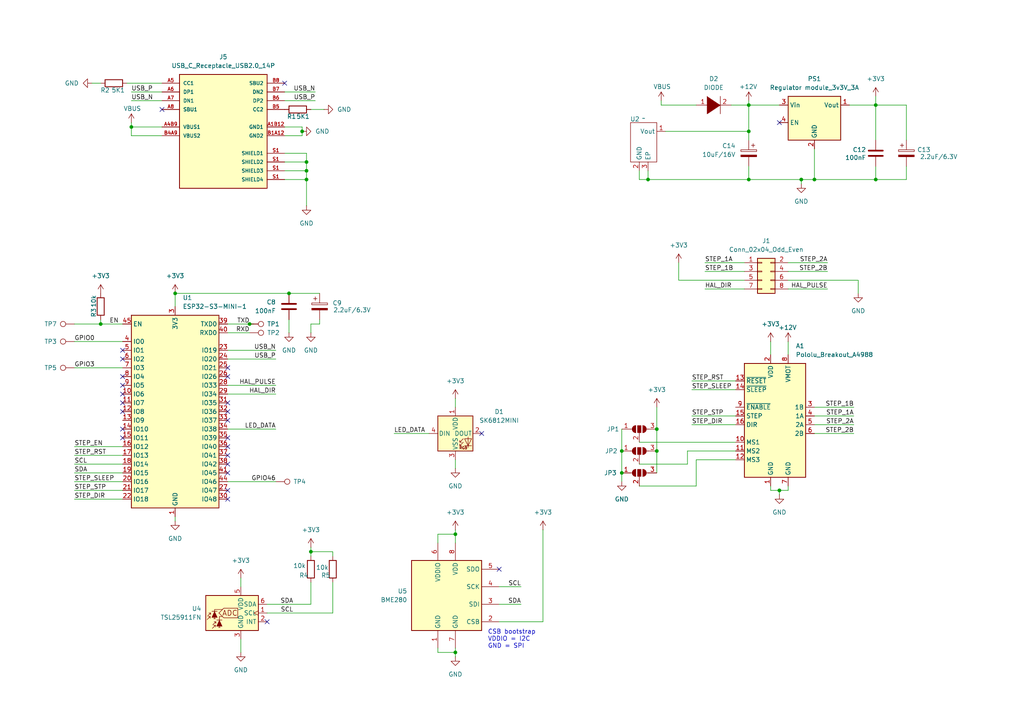
<source format=kicad_sch>
(kicad_sch (version 20231120) (generator "eeschema") (generator_version "8.0")
  (paper "A4")
  (lib_symbols
    (symbol "Connector:TestPoint" (pin_numbers hide) (pin_names (offset 0.762) hide)
      (property "Reference" "TP" (at 0 6.858 0))
      (property "Value" "TestPoint" (at 0 5.08 0))
      (symbol "TestPoint_0_1"
        (circle (center 0 3.302) (radius 0.762))
      )
      (symbol "TestPoint_1_1"
        (pin passive line (at 0 0 90) (length 2.54) (name "1") (number "1"))
      )
    )
    (symbol "Connector_Generic:Conn_02x04_Odd_Even" (pin_names (offset 1.016) hide)
      (property "Reference" "J" (at 1.27 5.08 0))
      (property "Value" "Conn_02x04_Odd_Even" (at 1.27 -7.62 0))
      (symbol "Conn_02x04_Odd_Even_1_1"
        (rectangle (start -1.27 -4.953) (end 0 -5.207) (stroke (width 0.1524)))
        (rectangle (start -1.27 -2.413) (end 0 -2.667) (stroke (width 0.1524)))
        (rectangle (start -1.27 0.127) (end 0 -0.127) (stroke (width 0.1524)))
        (rectangle (start -1.27 2.667) (end 0 2.413) (stroke (width 0.1524)))
        (rectangle (start -1.27 3.81) (end 3.81 -6.35) (stroke (width 0.254)) (fill (type background)))
        (rectangle (start 3.81 -4.953) (end 2.54 -5.207) (stroke (width 0.1524)))
        (rectangle (start 3.81 -2.413) (end 2.54 -2.667) (stroke (width 0.1524)))
        (rectangle (start 3.81 0.127) (end 2.54 -0.127) (stroke (width 0.1524)))
        (rectangle (start 3.81 2.667) (end 2.54 2.413) (stroke (width 0.1524)))
        (pin passive line (at -5.08 2.54 0) (length 3.81) (name "Pin_1") (number "1"))
        (pin passive line (at 7.62 2.54 180) (length 3.81) (name "Pin_2") (number "2"))
        (pin passive line (at -5.08 0 0) (length 3.81) (name "Pin_3") (number "3"))
        (pin passive line (at 7.62 0 180) (length 3.81) (name "Pin_4") (number "4"))
        (pin passive line (at -5.08 -2.54 0) (length 3.81) (name "Pin_5") (number "5"))
        (pin passive line (at 7.62 -2.54 180) (length 3.81) (name "Pin_6") (number "6"))
        (pin passive line (at -5.08 -5.08 0) (length 3.81) (name "Pin_7") (number "7"))
        (pin passive line (at 7.62 -5.08 180) (length 3.81) (name "Pin_8") (number "8"))
      )
    )
    (symbol "Converter_DCDC:voltage_regulator_3v3_3A"
      (property "Reference" "PS" (at -7.874 -9.144 0))
      (property "Value" "Regulator module_3v3V_3A" (at -11.684 6.35 0))
      (symbol "voltage_regulator_3v3_3A_0_1"
        (rectangle (start -7.62 5.08) (end 7.62 -7.62) (stroke (width 0.254)) (fill (type background)))
      )
      (symbol "voltage_regulator_3v3_3A_1_0"
        (pin power_out line (at 10.16 2.54 180) (length 2.54) (name "Vout") (number "1"))
        (pin power_out line (at 0 -10.16 90) (length 2.54) (name "GND") (number "2"))
        (pin power_in line (at -10.16 2.54 0) (length 2.54) (name "Vin") (number "3"))
        (pin input line (at -10.16 -2.54 0) (length 2.54) (name "EN") (number "4"))
      )
    )
    (symbol "Device:C" (pin_numbers hide) (pin_names (offset 0.254))
      (property "Reference" "C" (at 0.635 2.54 0))
      (property "Value" "C" (at 0.635 -2.54 0))
      (symbol "C_0_1"
        (polyline (pts (xy -2.032 -0.762) (xy 2.032 -0.762)) (stroke (width 0.508)))
        (polyline (pts (xy -2.032 0.762) (xy 2.032 0.762)) (stroke (width 0.508)))
      )
      (symbol "C_1_1"
        (pin passive line (at 0 3.81 270) (length 2.794) (name "~") (number "1"))
        (pin passive line (at 0 -3.81 90) (length 2.794) (name "~") (number "2"))
      )
    )
    (symbol "Device:C_Polarized" (pin_numbers hide) (pin_names (offset 0.254))
      (property "Reference" "C" (at 0.635 2.54 0))
      (property "Value" "C_Polarized" (at 0.635 -2.54 0))
      (symbol "C_Polarized_0_1"
        (rectangle (start -2.286 0.508) (end 2.286 1.016))
        (polyline (pts (xy -1.778 2.286) (xy -0.762 2.286)))
        (polyline (pts (xy -1.27 2.794) (xy -1.27 1.778)))
        (rectangle (start 2.286 -0.508) (end -2.286 -1.016) (fill (type outline)))
      )
      (symbol "C_Polarized_1_1"
        (pin passive line (at 0 3.81 270) (length 2.794) (name "~") (number "1"))
        (pin passive line (at 0 -3.81 90) (length 2.794) (name "~") (number "2"))
      )
    )
    (symbol "Device:R" (pin_numbers hide) (pin_names (offset 0))
      (property "Reference" "R" (at 2.032 0 90))
      (property "Value" "R" (at 0 0 90))
      (symbol "R_0_1"
        (rectangle (start -1.016 -2.54) (end 1.016 2.54) (stroke (width 0.254)))
      )
      (symbol "R_1_1"
        (pin passive line (at 0 3.81 270) (length 1.27) (name "~") (number "1"))
        (pin passive line (at 0 -3.81 90) (length 1.27) (name "~") (number "2"))
      )
    )
    (symbol "Driver_Motor:Pololu_Breakout_A4988"
      (property "Reference" "A" (at -2.54 19.05 0))
      (property "Value" "Pololu_Breakout_A4988" (at -2.54 16.51 0))
      (symbol "Pololu_Breakout_A4988_0_1"
        (rectangle (start 10.16 -17.78) (end -7.62 15.24) (stroke (width 0.254)) (fill (type background)))
      )
      (symbol "Pololu_Breakout_A4988_1_1"
        (pin power_in line (at 0 -20.32 90) (length 2.54) (name "GND") (number "1"))
        (pin input line (at -10.16 -7.62 0) (length 2.54) (name "MS1") (number "10"))
        (pin input line (at -10.16 -10.16 0) (length 2.54) (name "MS2") (number "11"))
        (pin input line (at -10.16 -12.7 0) (length 2.54) (name "MS3") (number "12"))
        (pin input line (at -10.16 10.16 0) (length 2.54) (name "~{RESET}") (number "13"))
        (pin input line (at -10.16 7.62 0) (length 2.54) (name "~{SLEEP}") (number "14"))
        (pin input line (at -10.16 0 0) (length 2.54) (name "STEP") (number "15"))
        (pin input line (at -10.16 -2.54 0) (length 2.54) (name "DIR") (number "16"))
        (pin power_in line (at 0 17.78 270) (length 2.54) (name "VDD") (number "2"))
        (pin output line (at 12.7 2.54 180) (length 2.54) (name "1B") (number "3"))
        (pin output line (at 12.7 0 180) (length 2.54) (name "1A") (number "4"))
        (pin output line (at 12.7 -2.54 180) (length 2.54) (name "2A") (number "5"))
        (pin output line (at 12.7 -5.08 180) (length 2.54) (name "2B") (number "6"))
        (pin power_in line (at 5.08 -20.32 90) (length 2.54) (name "GND") (number "7"))
        (pin power_in line (at 5.08 17.78 270) (length 2.54) (name "VMOT") (number "8"))
        (pin input line (at -10.16 2.54 0) (length 2.54) (name "~{ENABLE}") (number "9"))
      )
    )
    (symbol "Jumper:SolderJumper_3_Open" (pin_names (offset 0) hide) (exclude_from_sim yes) (in_bom no)
      (property "Reference" "JP" (at -2.54 -2.54 0))
      (property "Value" "SolderJumper_3_Open" (at 0 2.794 0))
      (symbol "SolderJumper_3_Open_0_1"
        (arc (start -1.016 1.016) (mid -2.0276 0) (end -1.016 -1.016))
        (arc (start -1.016 1.016) (mid -2.0276 0) (end -1.016 -1.016) (fill (type outline)))
        (rectangle (start -0.508 1.016) (end 0.508 -1.016) (fill (type outline)))
        (polyline (pts (xy -2.54 0) (xy -2.032 0)))
        (polyline (pts (xy -1.016 1.016) (xy -1.016 -1.016)))
        (polyline (pts (xy 0 -1.27) (xy 0 -1.016)))
        (polyline (pts (xy 1.016 1.016) (xy 1.016 -1.016)))
        (polyline (pts (xy 2.54 0) (xy 2.032 0)))
        (arc (start 1.016 -1.016) (mid 2.0276 0) (end 1.016 1.016))
        (arc (start 1.016 -1.016) (mid 2.0276 0) (end 1.016 1.016) (fill (type outline)))
      )
      (symbol "SolderJumper_3_Open_1_1"
        (pin passive line (at -5.08 0 0) (length 2.54) (name "A") (number "1"))
        (pin passive line (at 0 -3.81 90) (length 2.54) (name "C") (number "2"))
        (pin passive line (at 5.08 0 180) (length 2.54) (name "B") (number "3"))
      )
    )
    (symbol "LED:WS2812B" (pin_names (offset 0.254))
      (property "Reference" "D" (at 5.08 5.715 0))
      (property "Value" "WS2812B" (at 1.27 -5.715 0))
      (symbol "WS2812B_0_0"
        (text "RGB" (at 2.286 -4.191 0) (effects (font (size 0.762 0.762))))
      )
      (symbol "WS2812B_0_1"
        (polyline (pts (xy 1.27 -3.556) (xy 1.778 -3.556)))
        (polyline (pts (xy 1.27 -2.54) (xy 1.778 -2.54)))
        (polyline (pts (xy 4.699 -3.556) (xy 2.667 -3.556)))
        (polyline (pts (xy 2.286 -2.54) (xy 1.27 -3.556) (xy 1.27 -3.048)))
        (polyline (pts (xy 2.286 -1.524) (xy 1.27 -2.54) (xy 1.27 -2.032)))
        (polyline (pts (xy 3.683 -1.016) (xy 3.683 -3.556) (xy 3.683 -4.064)))
        (polyline (pts (xy 4.699 -1.524) (xy 2.667 -1.524) (xy 3.683 -3.556) (xy 4.699 -1.524)))
        (rectangle (start 5.08 5.08) (end -5.08 -5.08) (stroke (width 0.254)) (fill (type background)))
      )
      (symbol "WS2812B_1_1"
        (pin power_in line (at 0 7.62 270) (length 2.54) (name "VDD") (number "1"))
        (pin output line (at 7.62 0 180) (length 2.54) (name "DOUT") (number "2"))
        (pin power_in line (at 0 -7.62 90) (length 2.54) (name "VSS") (number "3"))
        (pin input line (at -7.62 0 0) (length 2.54) (name "DIN") (number "4"))
      )
    )
    (symbol "MCU_Espressif:ESP32-S3-MINI-1"
      (property "Reference" "U" (at -11.43 29.21 0))
      (property "Value" "ESP32-S3-MINI-1" (at 12.7 29.21 0))
      (symbol "ESP32-S3-MINI-1_0_1"
        (rectangle (start -12.7 27.94) (end 12.7 -27.94) (stroke (width 0.254)) (fill (type background)))
      )
      (symbol "ESP32-S3-MINI-1_1_1"
        (pin power_in line (at 0 -30.48 90) (length 2.54) (name "GND") (number "1"))
        (pin bidirectional line (at -15.24 5.08 0) (length 2.54) (name "IO6") (number "10"))
        (pin bidirectional line (at -15.24 2.54 0) (length 2.54) (name "IO7") (number "11"))
        (pin bidirectional line (at -15.24 0 0) (length 2.54) (name "IO8") (number "12"))
        (pin bidirectional line (at -15.24 -2.54 0) (length 2.54) (name "IO9") (number "13"))
        (pin bidirectional line (at -15.24 -5.08 0) (length 2.54) (name "IO10") (number "14"))
        (pin bidirectional line (at -15.24 -7.62 0) (length 2.54) (name "IO11") (number "15"))
        (pin bidirectional line (at -15.24 -10.16 0) (length 2.54) (name "IO12") (number "16"))
        (pin bidirectional line (at -15.24 -12.7 0) (length 2.54) (name "IO13") (number "17"))
        (pin bidirectional line (at -15.24 -15.24 0) (length 2.54) (name "IO14") (number "18"))
        (pin bidirectional line (at -15.24 -17.78 0) (length 2.54) (name "IO15") (number "19"))
        (pin passive line (at 0 -30.48 90) (length 2.54) hide (name "GND") (number "2"))
        (pin bidirectional line (at -15.24 -20.32 0) (length 2.54) (name "IO16") (number "20"))
        (pin bidirectional line (at -15.24 -22.86 0) (length 2.54) (name "IO17") (number "21"))
        (pin bidirectional line (at -15.24 -25.4 0) (length 2.54) (name "IO18") (number "22"))
        (pin bidirectional line (at 15.24 17.78 180) (length 2.54) (name "IO19") (number "23"))
        (pin bidirectional line (at 15.24 15.24 180) (length 2.54) (name "IO20") (number "24"))
        (pin bidirectional line (at 15.24 12.7 180) (length 2.54) (name "IO21") (number "25"))
        (pin bidirectional line (at 15.24 10.16 180) (length 2.54) (name "IO26") (number "26"))
        (pin bidirectional line (at 15.24 -22.86 180) (length 2.54) (name "IO47") (number "27"))
        (pin bidirectional line (at 15.24 7.62 180) (length 2.54) (name "IO33") (number "28"))
        (pin bidirectional line (at 15.24 5.08 180) (length 2.54) (name "IO34") (number "29"))
        (pin power_in line (at 0 30.48 270) (length 2.54) (name "3V3") (number "3"))
        (pin bidirectional line (at 15.24 -25.4 180) (length 2.54) (name "IO48") (number "30"))
        (pin bidirectional line (at 15.24 2.54 180) (length 2.54) (name "IO35") (number "31"))
        (pin bidirectional line (at 15.24 0 180) (length 2.54) (name "IO36") (number "32"))
        (pin bidirectional line (at 15.24 -2.54 180) (length 2.54) (name "IO37") (number "33"))
        (pin bidirectional line (at 15.24 -5.08 180) (length 2.54) (name "IO38") (number "34"))
        (pin bidirectional line (at 15.24 -7.62 180) (length 2.54) (name "IO39") (number "35"))
        (pin bidirectional line (at 15.24 -10.16 180) (length 2.54) (name "IO40") (number "36"))
        (pin bidirectional line (at 15.24 -12.7 180) (length 2.54) (name "IO41") (number "37"))
        (pin bidirectional line (at 15.24 -15.24 180) (length 2.54) (name "IO42") (number "38"))
        (pin bidirectional line (at 15.24 25.4 180) (length 2.54) (name "TXD0") (number "39"))
        (pin bidirectional line (at -15.24 20.32 0) (length 2.54) (name "IO0") (number "4"))
        (pin bidirectional line (at 15.24 22.86 180) (length 2.54) (name "RXD0") (number "40"))
        (pin bidirectional line (at 15.24 -17.78 180) (length 2.54) (name "IO45") (number "41"))
        (pin passive line (at 0 -30.48 90) (length 2.54) hide (name "GND") (number "42"))
        (pin passive line (at 0 -30.48 90) (length 2.54) hide (name "GND") (number "43"))
        (pin bidirectional line (at 15.24 -20.32 180) (length 2.54) (name "IO46") (number "44"))
        (pin input line (at -15.24 25.4 0) (length 2.54) (name "EN") (number "45"))
        (pin passive line (at 0 -30.48 90) (length 2.54) hide (name "GND") (number "46"))
        (pin passive line (at 0 -30.48 90) (length 2.54) hide (name "GND") (number "47"))
        (pin passive line (at 0 -30.48 90) (length 2.54) hide (name "GND") (number "48"))
        (pin passive line (at 0 -30.48 90) (length 2.54) hide (name "GND") (number "49"))
        (pin bidirectional line (at -15.24 17.78 0) (length 2.54) (name "IO1") (number "5"))
        (pin passive line (at 0 -30.48 90) (length 2.54) hide (name "GND") (number "50"))
        (pin passive line (at 0 -30.48 90) (length 2.54) hide (name "GND") (number "51"))
        (pin passive line (at 0 -30.48 90) (length 2.54) hide (name "GND") (number "52"))
        (pin passive line (at 0 -30.48 90) (length 2.54) hide (name "GND") (number "53"))
        (pin passive line (at 0 -30.48 90) (length 2.54) hide (name "GND") (number "54"))
        (pin passive line (at 0 -30.48 90) (length 2.54) hide (name "GND") (number "55"))
        (pin passive line (at 0 -30.48 90) (length 2.54) hide (name "GND") (number "56"))
        (pin passive line (at 0 -30.48 90) (length 2.54) hide (name "GND") (number "57"))
        (pin passive line (at 0 -30.48 90) (length 2.54) hide (name "GND") (number "58"))
        (pin passive line (at 0 -30.48 90) (length 2.54) hide (name "GND") (number "59"))
        (pin bidirectional line (at -15.24 15.24 0) (length 2.54) (name "IO2") (number "6"))
        (pin passive line (at 0 -30.48 90) (length 2.54) hide (name "GND") (number "60"))
        (pin passive line (at 0 -30.48 90) (length 2.54) hide (name "GND") (number "61"))
        (pin passive line (at 0 -30.48 90) (length 2.54) hide (name "GND") (number "62"))
        (pin passive line (at 0 -30.48 90) (length 2.54) hide (name "GND") (number "63"))
        (pin passive line (at 0 -30.48 90) (length 2.54) hide (name "GND") (number "64"))
        (pin passive line (at 0 -30.48 90) (length 2.54) hide (name "GND") (number "65"))
        (pin bidirectional line (at -15.24 12.7 0) (length 2.54) (name "IO3") (number "7"))
        (pin bidirectional line (at -15.24 10.16 0) (length 2.54) (name "IO4") (number "8"))
        (pin bidirectional line (at -15.24 7.62 0) (length 2.54) (name "IO5") (number "9"))
      )
    )
    (symbol "Regulator_Switching:USB-C_PD-trigger"
      (property "Reference" "U" (at 4.064 6.096 0))
      (symbol "USB-C_PD-trigger_0_1"
        (rectangle (start -2.54 5.08) (end 5.08 -6.35))
      )
      (symbol "USB-C_PD-trigger_1_1"
        (pin input line (at 7.62 2.54 180) (length 2.54) (name "Vout") (number "1"))
        (pin input line (at 0 -8.89 90) (length 2.54) (name "GND") (number "2"))
        (pin input line (at 2.54 -8.89 90) (length 2.54) (name "EP") (number "3"))
      )
    )
    (symbol "Sensor:BME280"
      (property "Reference" "U" (at -8.89 11.43 0))
      (property "Value" "BME280" (at 7.62 11.43 0))
      (symbol "BME280_0_1"
        (rectangle (start -10.16 10.16) (end 10.16 -10.16) (stroke (width 0.254)) (fill (type background)))
      )
      (symbol "BME280_1_1"
        (pin power_in line (at -2.54 -15.24 90) (length 5.08) (name "GND") (number "1"))
        (pin input line (at 15.24 -7.62 180) (length 5.08) (name "CSB") (number "2"))
        (pin bidirectional line (at 15.24 -2.54 180) (length 5.08) (name "SDI") (number "3"))
        (pin input line (at 15.24 2.54 180) (length 5.08) (name "SCK") (number "4"))
        (pin bidirectional line (at 15.24 7.62 180) (length 5.08) (name "SDO") (number "5"))
        (pin power_in line (at -2.54 15.24 270) (length 5.08) (name "VDDIO") (number "6"))
        (pin power_in line (at 2.54 -15.24 90) (length 5.08) (name "GND") (number "7"))
        (pin power_in line (at 2.54 15.24 270) (length 5.08) (name "VDD") (number "8"))
      )
    )
    (symbol "Sensor_Optical:TSL25911FN"
      (property "Reference" "U" (at -7.62 6.35 0))
      (property "Value" "TSL25911FN" (at 0 -6.35 0))
      (symbol "TSL25911FN_0_0"
        (text "ADC" (at -0.635 0 0) (effects (font (size 1.524 1.524))))
      )
      (symbol "TSL25911FN_0_1"
        (polyline (pts (xy -6.35 -1.016) (xy -7.239 -1.905)))
        (polyline (pts (xy -6.35 -1.016) (xy -6.858 -1.016)))
        (polyline (pts (xy -6.35 -1.016) (xy -6.35 -1.524)))
        (polyline (pts (xy -6.223 0) (xy -7.112 -0.889)))
        (polyline (pts (xy -6.223 0) (xy -6.731 0)))
        (polyline (pts (xy -6.223 0) (xy -6.223 -0.508)))
        (polyline (pts (xy -4.826 -3.556) (xy -5.715 -4.445)))
        (polyline (pts (xy -4.826 -3.556) (xy -5.334 -3.556)))
        (polyline (pts (xy -4.826 -3.556) (xy -4.826 -4.064)))
        (polyline (pts (xy -4.699 -2.54) (xy -5.588 -3.429)))
        (polyline (pts (xy -4.699 -2.54) (xy -5.207 -2.54)))
        (polyline (pts (xy -4.699 -2.54) (xy -4.699 -3.048)))
        (polyline (pts (xy -4.318 0.508) (xy -5.842 0.508)))
        (polyline (pts (xy -2.921 -2.032) (xy -4.445 -2.032)))
        (polyline (pts (xy -4.318 -1.27) (xy -5.842 -1.27) (xy -5.08 0.381) (xy -4.318 -1.27)) (fill (type outline)))
        (polyline (pts (xy -2.921 -3.81) (xy -4.445 -3.81) (xy -3.683 -2.159) (xy -2.921 -3.81)) (fill (type outline)))
      )
      (symbol "TSL25911FN_1_0"
        (polyline (pts (xy -3.81 0) (xy -2.413 -1.397) (xy 1.651 -1.397) (xy 1.651 0)))
        (polyline (pts (xy -3.81 0) (xy -2.413 1.397) (xy 1.651 1.397) (xy 1.651 0)))
      )
      (symbol "TSL25911FN_1_1"
        (rectangle (start -7.62 5.08) (end 7.62 -5.08) (stroke (width 0.254)) (fill (type background)))
        (polyline (pts (xy -4.826 -1.651) (xy -5.334 -1.651)))
        (polyline (pts (xy -3.429 -4.191) (xy -3.937 -4.191)))
        (polyline (pts (xy -5.08 -1.524) (xy -5.08 1.016) (xy -2.794 1.016)))
        (polyline (pts (xy -3.683 -4.064) (xy -3.683 -1.016) (xy -2.794 -1.016)))
        (pin input clock (at 10.16 0 180) (length 2.54) (name "SCL") (number "1"))
        (pin open_collector line (at 10.16 -2.54 180) (length 2.54) (name "INT") (number "2"))
        (pin power_in line (at 2.54 -7.62 90) (length 2.54) (name "GND") (number "3"))
        (pin no_connect line (at -7.62 2.54 0) (length 2.54) hide (name "NC") (number "4"))
        (pin power_in line (at 2.54 7.62 270) (length 2.54) (name "VDD") (number "5"))
        (pin bidirectional line (at 10.16 2.54 180) (length 2.54) (name "SDA") (number "6"))
      )
    )
    (symbol "USB_C_Molex_217179:2171790001" (pin_names (offset 1.016))
      (property "Reference" "J" (at -12.7 16.002 0))
      (property "Value" "2171790001" (at -12.7 -18.542 0))
      (symbol "2171790001_0_0"
        (rectangle (start -12.7 -17.78) (end 12.7 15.24) (stroke (width 0.254)) (fill (type background)))
        (pin power_in line (at 17.78 0 180) (length 5.08) (name "GND1") (number "A1B12"))
        (pin power_in line (at -17.78 0 0) (length 5.08) (name "VBUS1") (number "A4B9"))
        (pin bidirectional line (at -17.78 12.7 0) (length 5.08) (name "CC1") (number "A5"))
        (pin bidirectional line (at -17.78 10.16 0) (length 5.08) (name "DP1") (number "A6"))
        (pin bidirectional line (at -17.78 7.62 0) (length 5.08) (name "DN1") (number "A7"))
        (pin bidirectional line (at -17.78 5.08 0) (length 5.08) (name "SBU1") (number "A8"))
        (pin power_in line (at 17.78 -2.54 180) (length 5.08) (name "GND2") (number "B1A12"))
        (pin power_in line (at -17.78 -2.54 0) (length 5.08) (name "VBUS2") (number "B4A9"))
        (pin bidirectional line (at 17.78 5.08 180) (length 5.08) (name "CC2") (number "B5"))
        (pin bidirectional line (at 17.78 7.62 180) (length 5.08) (name "DP2") (number "B6"))
        (pin bidirectional line (at 17.78 10.16 180) (length 5.08) (name "DN2") (number "B7"))
        (pin bidirectional line (at 17.78 12.7 180) (length 5.08) (name "SBU2") (number "B8"))
        (pin passive line (at 17.78 -7.62 180) (length 5.08) (name "SHIELD1") (number "S1"))
        (pin passive line (at 17.78 -10.16 180) (length 5.08) (name "SHIELD2") (number "S1"))
        (pin passive line (at 17.78 -12.7 180) (length 5.08) (name "SHIELD3") (number "S1"))
        (pin passive line (at 17.78 -15.24 180) (length 5.08) (name "SHIELD4") (number "S1"))
      )
    )
    (symbol "power:+3V3" (power) (pin_numbers hide) (pin_names (offset 0) hide)
      (property "Value" "+3V3" (at 0 3.556 0))
      (symbol "+3V3_0_1"
        (polyline (pts (xy -0.762 1.27) (xy 0 2.54)))
        (polyline (pts (xy 0 0) (xy 0 2.54)))
        (polyline (pts (xy 0 2.54) (xy 0.762 1.27)))
      )
      (symbol "+3V3_1_1"
        (pin power_in line (at 0 0 90) (length 0) (name "~") (number "1"))
      )
    )
    (symbol "power:+5V" (power) (pin_numbers hide) (pin_names (offset 0) hide)
      (property "Value" "+5V" (at 0 3.556 0))
      (symbol "+5V_0_1"
        (polyline (pts (xy -0.762 1.27) (xy 0 2.54)))
        (polyline (pts (xy 0 0) (xy 0 2.54)))
        (polyline (pts (xy 0 2.54) (xy 0.762 1.27)))
      )
      (symbol "+5V_1_1"
        (pin power_in line (at 0 0 90) (length 0) (name "~") (number "1"))
      )
    )
    (symbol "power:GND" (power) (pin_numbers hide) (pin_names (offset 0) hide)
      (property "Value" "GND" (at 0 -3.81 0))
      (symbol "GND_0_1"
        (polyline (pts (xy 0 0) (xy 0 -1.27) (xy 1.27 -1.27) (xy 0 -2.54) (xy -1.27 -1.27) (xy 0 -1.27)))
      )
      (symbol "GND_1_1"
        (pin power_in line (at 0 0 270) (length 0) (name "~") (number "1"))
      )
    )
    (symbol "pspice:DIODE" (pin_names (offset 1.016) hide)
      (property "Reference" "D" (at 0 3.81 0))
      (property "Value" "DIODE" (at 0 -4.445 0))
      (symbol "DIODE_0_1"
        (polyline (pts (xy 1.905 2.54) (xy 1.905 -2.54)))
        (polyline (pts (xy -1.905 2.54) (xy -1.905 -2.54) (xy 1.905 0)) (fill (type outline)))
      )
      (symbol "DIODE_1_1"
        (pin input line (at -5.08 0 0) (length 3.81) (name "K") (number "1"))
        (pin input line (at 5.08 0 180) (length 3.81) (name "A") (number "2"))
      )
    )
  )
  (junction (at 254 30.48))
  (junction (at 72.39 93.98))
  (junction (at 132.08 189.23))
  (junction (at 88.9 46.99))
  (junction (at 83.82 85.09))
  (junction (at 190.5 130.81))
  (junction (at 132.08 154.94))
  (junction (at 232.41 52.07))
  (junction (at 254 52.07))
  (junction (at 190.5 124.46))
  (junction (at 187.96 52.07))
  (junction (at 217.17 52.07))
  (junction (at 90.17 160.02))
  (junction (at 88.9 52.07))
  (junction (at 226.06 142.24))
  (junction (at 88.9 49.53))
  (junction (at 217.17 30.48))
  (junction (at 38.1 36.83))
  (junction (at 217.17 38.1))
  (junction (at 29.21 93.98))
  (junction (at 180.34 137.16))
  (junction (at 236.22 52.07))
  (junction (at 50.8 85.09))
  (junction (at 87.63 38.1))
  (junction (at 180.34 130.81))
  (no_connect (at 226.06 35.56))
  (no_connect (at 35.56 127))
  (no_connect (at 66.04 121.92))
  (no_connect (at 66.04 144.78))
  (no_connect (at 35.56 119.38))
  (no_connect (at 35.56 109.22))
  (no_connect (at 82.55 24.13))
  (no_connect (at 77.47 180.34))
  (no_connect (at 35.56 114.3))
  (no_connect (at 35.56 101.6))
  (no_connect (at 66.04 116.84))
  (no_connect (at 35.56 124.46))
  (no_connect (at 144.78 165.1))
  (no_connect (at 66.04 142.24))
  (no_connect (at 35.56 116.84))
  (no_connect (at 35.56 111.76))
  (no_connect (at 66.04 106.68))
  (no_connect (at 66.04 132.08))
  (no_connect (at 46.99 31.75))
  (no_connect (at 66.04 137.16))
  (no_connect (at 66.04 119.38))
  (no_connect (at 66.04 109.22))
  (no_connect (at 139.7 125.73))
  (no_connect (at 66.04 129.54))
  (no_connect (at 35.56 104.14))
  (no_connect (at 66.04 134.62))
  (no_connect (at 66.04 127))
  (wire (pts (xy 157.48 153.67) (xy 157.48 180.34)))
  (wire (pts (xy 185.42 134.62) (xy 199.39 134.62)))
  (wire (pts (xy 232.41 52.07) (xy 232.41 53.34)))
  (wire (pts (xy 77.47 175.26) (xy 90.17 175.26)))
  (wire (pts (xy 228.6 76.2) (xy 240.03 76.2)))
  (wire (pts (xy 38.1 36.83) (xy 46.99 36.83)))
  (wire (pts (xy 236.22 123.19) (xy 247.65 123.19)))
  (wire (pts (xy 262.89 52.07) (xy 254 52.07)))
  (wire (pts (xy 92.71 93.98) (xy 90.17 93.98)))
  (wire (pts (xy 66.04 96.52) (xy 72.39 96.52)))
  (wire (pts (xy 212.09 30.48) (xy 217.17 30.48)))
  (wire (pts (xy 248.92 85.09) (xy 248.92 81.28)))
  (wire (pts (xy 66.04 104.14) (xy 80.01 104.14)))
  (wire (pts (xy 82.55 26.67) (xy 91.44 26.67)))
  (wire (pts (xy 223.52 99.06) (xy 223.52 102.87)))
  (wire (pts (xy 96.52 161.29) (xy 96.52 160.02)))
  (wire (pts (xy 88.9 52.07) (xy 88.9 59.69)))
  (wire (pts (xy 132.08 157.48) (xy 132.08 154.94)))
  (wire (pts (xy 185.42 52.07) (xy 185.42 49.53)))
  (wire (pts (xy 200.66 123.19) (xy 213.36 123.19)))
  (wire (pts (xy 180.34 137.16) (xy 180.34 139.7)))
  (wire (pts (xy 262.89 30.48) (xy 262.89 40.64)))
  (wire (pts (xy 199.39 134.62) (xy 199.39 130.81)))
  (wire (pts (xy 38.1 35.56) (xy 38.1 36.83)))
  (wire (pts (xy 127 187.96) (xy 127 189.23)))
  (wire (pts (xy 217.17 30.48) (xy 226.06 30.48)))
  (wire (pts (xy 223.52 142.24) (xy 226.06 142.24)))
  (wire (pts (xy 200.66 120.65) (xy 213.36 120.65)))
  (wire (pts (xy 38.1 36.83) (xy 38.1 39.37)))
  (wire (pts (xy 132.08 153.67) (xy 132.08 154.94)))
  (wire (pts (xy 82.55 46.99) (xy 88.9 46.99)))
  (wire (pts (xy 180.34 130.81) (xy 180.34 137.16)))
  (wire (pts (xy 88.9 46.99) (xy 88.9 49.53)))
  (wire (pts (xy 132.08 189.23) (xy 132.08 190.5)))
  (wire (pts (xy 21.59 139.7) (xy 35.56 139.7)))
  (wire (pts (xy 26.67 24.13) (xy 29.21 24.13)))
  (wire (pts (xy 190.5 130.81) (xy 190.5 137.16)))
  (wire (pts (xy 82.55 44.45) (xy 88.9 44.45)))
  (wire (pts (xy 21.59 134.62) (xy 35.56 134.62)))
  (wire (pts (xy 232.41 52.07) (xy 236.22 52.07)))
  (wire (pts (xy 248.92 81.28) (xy 228.6 81.28)))
  (wire (pts (xy 190.5 118.11) (xy 190.5 124.46)))
  (wire (pts (xy 187.96 49.53) (xy 187.96 52.07)))
  (wire (pts (xy 38.1 39.37) (xy 46.99 39.37)))
  (wire (pts (xy 200.66 110.49) (xy 213.36 110.49)))
  (wire (pts (xy 21.59 129.54) (xy 35.56 129.54)))
  (wire (pts (xy 90.17 93.98) (xy 90.17 96.52)))
  (wire (pts (xy 201.93 133.35) (xy 201.93 140.97)))
  (wire (pts (xy 21.59 99.06) (xy 35.56 99.06)))
  (wire (pts (xy 66.04 139.7) (xy 80.01 139.7)))
  (wire (pts (xy 187.96 52.07) (xy 217.17 52.07)))
  (wire (pts (xy 21.59 93.98) (xy 29.21 93.98)))
  (wire (pts (xy 66.04 114.3) (xy 80.01 114.3)))
  (wire (pts (xy 82.55 29.21) (xy 91.44 29.21)))
  (wire (pts (xy 90.17 160.02) (xy 90.17 161.29)))
  (wire (pts (xy 83.82 92.71) (xy 83.82 96.52)))
  (wire (pts (xy 228.6 83.82) (xy 240.03 83.82)))
  (wire (pts (xy 254 30.48) (xy 254 40.64)))
  (wire (pts (xy 132.08 133.35) (xy 132.08 135.89)))
  (wire (pts (xy 180.34 124.46) (xy 180.34 130.81)))
  (wire (pts (xy 236.22 125.73) (xy 247.65 125.73)))
  (wire (pts (xy 82.55 52.07) (xy 88.9 52.07)))
  (wire (pts (xy 50.8 149.86) (xy 50.8 151.13)))
  (wire (pts (xy 38.1 26.67) (xy 46.99 26.67)))
  (wire (pts (xy 83.82 85.09) (xy 92.71 85.09)))
  (wire (pts (xy 132.08 189.23) (xy 127 189.23)))
  (wire (pts (xy 90.17 158.75) (xy 90.17 160.02)))
  (wire (pts (xy 66.04 93.98) (xy 72.39 93.98)))
  (wire (pts (xy 21.59 106.68) (xy 35.56 106.68)))
  (wire (pts (xy 35.56 93.98) (xy 29.21 93.98)))
  (wire (pts (xy 66.04 111.76) (xy 80.01 111.76)))
  (wire (pts (xy 69.85 185.42) (xy 69.85 189.23)))
  (wire (pts (xy 87.63 38.1) (xy 87.63 39.37)))
  (wire (pts (xy 38.1 29.21) (xy 46.99 29.21)))
  (wire (pts (xy 69.85 167.64) (xy 69.85 170.18)))
  (wire (pts (xy 223.52 140.97) (xy 223.52 142.24)))
  (wire (pts (xy 77.47 177.8) (xy 96.52 177.8)))
  (wire (pts (xy 90.17 160.02) (xy 96.52 160.02)))
  (wire (pts (xy 199.39 130.81) (xy 213.36 130.81)))
  (wire (pts (xy 50.8 85.09) (xy 50.8 88.9)))
  (wire (pts (xy 217.17 30.48) (xy 217.17 38.1)))
  (wire (pts (xy 185.42 52.07) (xy 187.96 52.07)))
  (wire (pts (xy 87.63 36.83) (xy 87.63 38.1)))
  (wire (pts (xy 236.22 52.07) (xy 254 52.07)))
  (wire (pts (xy 193.04 38.1) (xy 217.17 38.1)))
  (wire (pts (xy 254 30.48) (xy 262.89 30.48)))
  (wire (pts (xy 21.59 142.24) (xy 35.56 142.24)))
  (wire (pts (xy 114.3 125.73) (xy 124.46 125.73)))
  (wire (pts (xy 262.89 48.26) (xy 262.89 52.07)))
  (wire (pts (xy 21.59 144.78) (xy 35.56 144.78)))
  (wire (pts (xy 29.21 93.98) (xy 29.21 92.71)))
  (wire (pts (xy 204.47 76.2) (xy 215.9 76.2)))
  (wire (pts (xy 217.17 52.07) (xy 232.41 52.07)))
  (wire (pts (xy 21.59 132.08) (xy 35.56 132.08)))
  (wire (pts (xy 132.08 115.57) (xy 132.08 118.11)))
  (wire (pts (xy 196.85 76.2) (xy 196.85 81.28)))
  (wire (pts (xy 201.93 140.97) (xy 185.42 140.97)))
  (wire (pts (xy 144.78 175.26) (xy 151.13 175.26)))
  (wire (pts (xy 127 154.94) (xy 127 157.48)))
  (wire (pts (xy 226.06 142.24) (xy 226.06 143.51)))
  (wire (pts (xy 228.6 99.06) (xy 228.6 102.87)))
  (wire (pts (xy 96.52 177.8) (xy 96.52 168.91)))
  (wire (pts (xy 236.22 43.18) (xy 236.22 52.07)))
  (wire (pts (xy 36.83 24.13) (xy 46.99 24.13)))
  (wire (pts (xy 90.17 31.75) (xy 93.98 31.75)))
  (wire (pts (xy 88.9 49.53) (xy 88.9 52.07)))
  (wire (pts (xy 132.08 187.96) (xy 132.08 189.23)))
  (wire (pts (xy 144.78 170.18) (xy 151.13 170.18)))
  (wire (pts (xy 254 48.26) (xy 254 52.07)))
  (wire (pts (xy 204.47 78.74) (xy 215.9 78.74)))
  (wire (pts (xy 217.17 48.26) (xy 217.17 52.07)))
  (wire (pts (xy 217.17 30.48) (xy 217.17 29.21)))
  (wire (pts (xy 228.6 142.24) (xy 228.6 140.97)))
  (wire (pts (xy 228.6 78.74) (xy 240.03 78.74)))
  (wire (pts (xy 204.47 83.82) (xy 215.9 83.82)))
  (wire (pts (xy 21.59 137.16) (xy 35.56 137.16)))
  (wire (pts (xy 200.66 113.03) (xy 213.36 113.03)))
  (wire (pts (xy 82.55 49.53) (xy 88.9 49.53)))
  (wire (pts (xy 226.06 142.24) (xy 228.6 142.24)))
  (wire (pts (xy 217.17 38.1) (xy 217.17 40.64)))
  (wire (pts (xy 72.39 93.98) (xy 73.66 93.98)))
  (wire (pts (xy 191.77 30.48) (xy 201.93 30.48)))
  (wire (pts (xy 82.55 39.37) (xy 87.63 39.37)))
  (wire (pts (xy 191.77 29.21) (xy 191.77 30.48)))
  (wire (pts (xy 66.04 101.6) (xy 80.01 101.6)))
  (wire (pts (xy 236.22 120.65) (xy 247.65 120.65)))
  (wire (pts (xy 50.8 85.09) (xy 83.82 85.09)))
  (wire (pts (xy 88.9 44.45) (xy 88.9 46.99)))
  (wire (pts (xy 157.48 180.34) (xy 144.78 180.34)))
  (wire (pts (xy 196.85 81.28) (xy 215.9 81.28)))
  (wire (pts (xy 185.42 128.27) (xy 213.36 128.27)))
  (wire (pts (xy 246.38 30.48) (xy 254 30.48)))
  (wire (pts (xy 190.5 124.46) (xy 190.5 130.81)))
  (wire (pts (xy 132.08 154.94) (xy 127 154.94)))
  (wire (pts (xy 254 27.94) (xy 254 30.48)))
  (wire (pts (xy 213.36 133.35) (xy 201.93 133.35)))
  (wire (pts (xy 82.55 36.83) (xy 87.63 36.83)))
  (wire (pts (xy 92.71 92.71) (xy 92.71 93.98)))
  (wire (pts (xy 66.04 124.46) (xy 80.01 124.46)))
  (wire (pts (xy 90.17 175.26) (xy 90.17 168.91)))
  (wire (pts (xy 236.22 118.11) (xy 247.65 118.11)))
  (text "CSB bootstrap\nVDDIO = I2C\nGND = SPI" (at 141.478 185.42 0) (effects (font (size 1.27 1.27)) (justify left)))
  (label "LED_DATA" (at 80.01 124.46 180))
  (label "STEP_2A" (at 247.65 123.19 180))
  (label "SCL" (at 85.09 177.8 180))
  (label "USB_N" (at 38.1 29.21 0))
  (label "SDA" (at 151.13 175.26 180))
  (label "STEP_STP" (at 21.59 142.24 0))
  (label "USB_P" (at 38.1 26.67 0))
  (label "USB_N" (at 91.44 26.67 180))
  (label "HAL_PULSE" (at 80.01 111.76 180))
  (label "STEP_SLEEP" (at 21.59 139.7 0))
  (label "STEP_RST" (at 21.59 132.08 0))
  (label "STEP_EN" (at 21.59 129.54 0))
  (label "SCL" (at 21.59 134.62 0))
  (label "STEP_RST" (at 200.66 110.49 0))
  (label "STEP_2B" (at 240.03 78.74 180))
  (label "GPIO0" (at 21.59 99.06 0))
  (label "RXD" (at 72.39 96.52 180))
  (label "STEP_1B" (at 204.47 78.74 0))
  (label "STEP_SLEEP" (at 200.66 113.03 0))
  (label "SCL" (at 151.13 170.18 180))
  (label "HAL_DIR" (at 204.47 83.82 0))
  (label "EN" (at 31.75 93.98 0))
  (label "TXD" (at 72.39 93.98 180))
  (label "SDA" (at 85.09 175.26 180))
  (label "USB_P" (at 91.44 29.21 180))
  (label "STEP_1B" (at 247.65 118.11 180))
  (label "STEP_2A" (at 240.03 76.2 180))
  (label "STEP_DIR" (at 200.66 123.19 0))
  (label "STEP_1A" (at 204.47 76.2 0))
  (label "HAL_DIR" (at 80.01 114.3 180))
  (label "USB_N" (at 80.01 101.6 180))
  (label "STEP_STP" (at 200.66 120.65 0))
  (label "STEP_2B" (at 247.65 125.73 180))
  (label "STEP_1A" (at 247.65 120.65 180))
  (label "HAL_PULSE" (at 240.03 83.82 180))
  (label "GPIO46" (at 80.01 139.7 180))
  (label "LED_DATA" (at 114.3 125.73 0))
  (label "STEP_DIR" (at 21.59 144.78 0))
  (label "GPIO3" (at 21.59 106.68 0))
  (label "SDA" (at 21.59 137.16 0))
  (label "USB_P" (at 80.01 104.14 180))
  (symbol (lib_id "power:+3V3") (at 132.08 153.67 0) (unit 1)
    (property "Reference" "#PWR024" (effects (hide yes)))
    (property "Value" "+3V3" (at 132.08 148.59 0))
    (property "Description" "Power symbol creates a global label with name \"+3V3\"" (effects (hide yes)))
  )
  (symbol (lib_id "power:GND") (at 88.9 59.69 0) (unit 1)
    (property "Reference" "#PWR031" (effects (hide yes)))
    (property "Value" "GND" (at 88.9 64.77 0))
    (property "Description" "Power symbol creates a global label with name \"GND\" , ground" (effects (hide yes)))
  )
  (symbol (lib_id "Device:C") (at 83.82 88.9 0) (mirror y) (unit 1)
    (property "Reference" "C8" (at 80.01 87.6299 0) (effects (justify left)))
    (property "Value" "100nF" (at 80.01 90.1699 0) (effects (justify left)))
    (property "Footprint" "Capacitor_SMD:C_0603_1608Metric" (effects (hide yes)))
    (property "Description" "Unpolarized capacitor" (effects (hide yes)))
  )
  (symbol (lib_id "power:+5V") (at 191.77 29.21 0) (unit 1)
    (property "Reference" "#PWR06" (effects (hide yes)))
    (property "Value" "VBUS" (at 189.484 25.146 0) (effects (justify left)))
    (property "Description" "Power symbol creates a global label with name \"+5V\"" (effects (hide yes)))
  )
  (symbol (lib_id "Connector:TestPoint") (at 21.59 106.68 90) (mirror x) (unit 1)
    (property "Reference" "TP5" (at 16.51 106.68 90) (effects (justify left)))
    (property "Value" "TestPoint" (effects (hide yes)))
    (property "Footprint" "TestPoint:TestPoint_Pad_D1.5mm" (effects (hide yes)))
    (property "Description" "test point" (effects (hide yes)))
  )
  (symbol (lib_id "power:GND") (at 26.67 24.13 270) (unit 1)
    (property "Reference" "#PWR011" (effects (hide yes)))
    (property "Value" "GND" (at 22.86 24.1299 90) (effects (justify right)))
    (property "Description" "Power symbol creates a global label with name \"GND\" , ground" (effects (hide yes)))
  )
  (symbol (lib_id "Connector:TestPoint") (at 72.39 96.52 270) (unit 1)
    (property "Reference" "TP2" (at 77.47 96.52 90) (effects (justify left)))
    (property "Value" "TestPoint" (effects (hide yes)))
    (property "Footprint" "TestPoint:TestPoint_Pad_D1.5mm" (effects (hide yes)))
    (property "Description" "test point" (effects (hide yes)))
  )
  (symbol (lib_id "Device:C") (at 254 44.45 0) (mirror y) (unit 1)
    (property "Reference" "C12" (at 251.206 43.434 0) (effects (justify left)))
    (property "Value" "100nF" (at 251.206 45.72 0) (effects (justify left)))
    (property "Footprint" "Capacitor_SMD:C_0603_1608Metric" (effects (hide yes)))
    (property "Description" "Unpolarized capacitor" (effects (hide yes)))
  )
  (symbol (lib_id "Driver_Motor:Pololu_Breakout_A4988") (at 223.52 120.65 0) (unit 1)
    (property "Reference" "A1" (at 230.7941 100.33 0) (effects (justify left)))
    (property "Value" "Pololu_Breakout_A4988" (at 230.7941 102.87 0) (effects (justify left)))
    (property "Footprint" "Module:Pololu_Breakout-16_15.2x20.3mm" (effects (hide yes)))
    (property "Datasheet" "https://www.pololu.com/product/2980/pictures" (effects (hide yes)))
    (property "Description" "Pololu Breakout Board, Stepper Driver A4988" (effects (hide yes)))
  )
  (symbol (lib_id "Jumper:SolderJumper_3_Open") (at 185.42 137.16 0) (unit 1) (exclude_from_sim yes) (in_bom no)
    (property "Reference" "JP3" (at 177.038 137.16 0))
    (property "Value" "SolderJumper_3_Open" (effects (hide yes)))
    (property "Footprint" "Jumper:SolderJumper-3_P2.0mm_Open_TrianglePad1.0x1.5mm_NumberLabels" (effects (hide yes)))
    (property "Description" "Solder Jumper, 3-pole, open" (effects (hide yes)))
  )
  (symbol (lib_id "MCU_Espressif:ESP32-S3-MINI-1") (at 50.8 119.38 0) (unit 1)
    (property "Reference" "U1" (at 52.9941 86.36 0) (effects (justify left)))
    (property "Value" "ESP32-S3-MINI-1" (at 52.9941 88.9 0) (effects (justify left)))
    (property "Footprint" "Espressif:ESP32-S3-MINI-1" (effects (hide yes)))
    (property "Datasheet" "https://www.espressif.com/sites/default/files/documentation/esp32-s3-mini-1_mini-1u_datasheet_en.pdf" (effects (hide yes)))
    (property "Description" "RF Module, ESP32-S3 SoC, Wi-Fi 802.11b/g/n, Bluetooth, BLE, 32-bit, 3.3V, SMD, onboard antenna" (effects (hide yes)))
  )
  (symbol (lib_id "Connector:TestPoint") (at 21.59 93.98 90) (mirror x) (unit 1)
    (property "Reference" "TP7" (at 16.51 93.98 90) (effects (justify left)))
    (property "Value" "TestPoint" (effects (hide yes)))
    (property "Footprint" "TestPoint:TestPoint_Pad_D1.5mm" (effects (hide yes)))
    (property "Description" "test point" (effects (hide yes)))
  )
  (symbol (lib_id "Device:C_Polarized") (at 262.89 44.45 0) (unit 1)
    (property "Reference" "C13" (at 267.97 43.434 0))
    (property "Value" "2.2uF/6.3V" (at 272.288 45.466 0))
    (property "Footprint" "Capacitor_SMD:C_0805_2012Metric" (effects (hide yes)))
    (property "Description" "Polarized capacitor" (effects (hide yes)))
  )
  (symbol (lib_id "Device:R") (at 33.02 24.13 270) (unit 1)
    (property "Reference" "R2" (at 30.48 26.162 90))
    (property "Value" "5K1" (at 34.29 26.162 90))
    (property "Footprint" "Resistor_SMD:R_0603_1608Metric" (effects (hide yes)))
    (property "Description" "Resistor" (effects (hide yes)))
  )
  (symbol (lib_id "power:+3V3") (at 157.48 153.67 0) (unit 1)
    (property "Reference" "#PWR025" (effects (hide yes)))
    (property "Value" "+3V3" (at 157.48 148.59 0))
    (property "Description" "Power symbol creates a global label with name \"+3V3\"" (effects (hide yes)))
  )
  (symbol (lib_id "Device:C_Polarized") (at 92.71 88.9 0) (unit 1)
    (property "Reference" "C9" (at 97.79 87.884 0))
    (property "Value" "2.2uF/6.3V" (at 102.108 89.916 0))
    (property "Footprint" "Capacitor_SMD:C_0805_2012Metric" (effects (hide yes)))
    (property "Description" "Polarized capacitor" (effects (hide yes)))
  )
  (symbol (lib_id "Jumper:SolderJumper_3_Open") (at 185.42 124.46 0) (unit 1) (exclude_from_sim yes) (in_bom no)
    (property "Reference" "JP1" (at 177.8 124.46 0))
    (property "Value" "SolderJumper_3_Open" (effects (hide yes)))
    (property "Footprint" "Jumper:SolderJumper-3_P2.0mm_Open_TrianglePad1.0x1.5mm_NumberLabels" (effects (hide yes)))
    (property "Description" "Solder Jumper, 3-pole, open" (effects (hide yes)))
  )
  (symbol (lib_id "power:+5V") (at 38.1 35.56 0) (unit 1)
    (property "Reference" "#PWR015" (effects (hide yes)))
    (property "Value" "VBUS" (at 35.814 31.496 0) (effects (justify left)))
    (property "Description" "Power symbol creates a global label with name \"+5V\"" (effects (hide yes)))
  )
  (symbol (lib_id "power:GND") (at 83.82 96.52 0) (unit 1)
    (property "Reference" "#PWR019" (effects (hide yes)))
    (property "Value" "GND" (at 83.82 101.6 0))
    (property "Description" "Power symbol creates a global label with name \"GND\" , ground" (effects (hide yes)))
  )
  (symbol (lib_id "Sensor:BME280") (at 129.54 172.72 0) (unit 1)
    (property "Reference" "U5" (at 118.11 171.4499 0) (effects (justify right)))
    (property "Value" "BME280" (at 118.11 173.9899 0) (effects (justify right)))
    (property "Footprint" "Package_LGA:Bosch_LGA-8_2.5x2.5mm_P0.65mm_ClockwisePinNumbering" (effects (hide yes)))
    (property "Datasheet" "https://www.bosch-sensortec.com/media/boschsensortec/downloads/datasheets/bst-bme280-ds002.pdf" (effects (hide yes)))
    (property "Description" "3-in-1 sensor, humidity, pressure, temperature, I2C and SPI interface, 1.71-3.6V, LGA-8" (effects (hide yes)))
  )
  (symbol (lib_id "Device:R") (at 90.17 165.1 180) (unit 1)
    (property "Reference" "R4" (at 88.138 166.878 0))
    (property "Value" "10k" (at 86.868 164.084 0))
    (property "Footprint" "Resistor_SMD:R_0603_1608Metric" (effects (hide yes)))
    (property "Description" "Resistor" (effects (hide yes)))
  )
  (symbol (lib_id "power:+3V3") (at 50.8 85.09 0) (unit 1)
    (property "Reference" "#PWR03" (effects (hide yes)))
    (property "Value" "+3V3" (at 50.8 80.01 0))
    (property "Description" "Power symbol creates a global label with name \"+3V3\"" (effects (hide yes)))
  )
  (symbol (lib_id "Device:R") (at 96.52 165.1 180) (unit 1)
    (property "Reference" "R5" (at 94.488 166.878 0))
    (property "Value" "10k" (at 93.472 164.592 0))
    (property "Footprint" "Resistor_SMD:R_0603_1608Metric" (effects (hide yes)))
    (property "Description" "Resistor" (effects (hide yes)))
  )
  (symbol (lib_id "Sensor_Optical:TSL25911FN") (at 67.31 177.8 0) (unit 1)
    (property "Reference" "U4" (at 58.42 176.5299 0) (effects (justify right)))
    (property "Value" "TSL25911FN" (at 58.42 179.0699 0) (effects (justify right)))
    (property "Footprint" "OptoDevice:SON-06-FN_2000X2400_AMS" (effects (hide yes)))
    (property "Datasheet" "https://ams.com/documents/20143/9331680/TSL2591_DS000338_7-00.pdf" (effects (hide yes)))
    (property "Description" "Light to digital converter, 2.7 to 3.6V Vdd, DFN-6" (effects (hide yes)))
  )
  (symbol (lib_id "power:+3V3") (at 90.17 158.75 0) (unit 1)
    (property "Reference" "#PWR028" (effects (hide yes)))
    (property "Value" "+3V3" (at 90.17 153.67 0))
    (property "Description" "Power symbol creates a global label with name \"+3V3\"" (effects (hide yes)))
  )
  (symbol (lib_id "Device:C_Polarized") (at 217.17 44.45 0) (mirror y) (unit 1)
    (property "Reference" "C14" (at 213.36 42.2909 0) (effects (justify left)))
    (property "Value" "10uF/16V" (at 213.36 44.8309 0) (effects (justify left)))
    (property "Footprint" "Capacitor_SMD:CP_Elec_4x5.4" (effects (hide yes)))
    (property "Description" "Polarized capacitor" (effects (hide yes)))
  )
  (symbol (lib_id "power:GND") (at 93.98 31.75 90) (unit 1)
    (property "Reference" "#PWR010" (effects (hide yes)))
    (property "Value" "GND" (at 97.79 31.7499 90) (effects (justify right)))
    (property "Description" "Power symbol creates a global label with name \"GND\" , ground" (effects (hide yes)))
  )
  (symbol (lib_id "USB_C_Molex_217179:2171790001") (at 64.77 36.83 0) (unit 1)
    (property "Reference" "J5" (at 64.77 16.51 0))
    (property "Value" "USB_C_Receptacle_USB2.0_14P" (at 64.77 19.05 0))
    (property "Footprint" "Connector_USB:USB_C_Receptacle_Molex_217179" (effects (hide yes)))
    (property "Datasheet" "https://www.usb.org/sites/default/files/documents/usb_type-c.zip" (effects (hide yes)))
    (property "Description" "USB 2.0-only 14P Type-C Receptacle connector" (effects (hide yes)))
    (property "MF" "Molex" (effects (hide yes)))
    (property "MAXIMUM_PACKAGE_HEIGHT" "3.16 mm" (effects (hide yes)))
    (property "Package" "None" (effects (hide yes)))
    (property "Price" "None" (effects (hide yes)))
    (property "Check_prices" "https://www.snapeda.com/parts/217179-0001/Molex/view-part/?ref=eda" (effects (hide yes)))
    (property "STANDARD" "Manufacturer Recommendations" (effects (hide yes)))
    (property "PARTREV" "A1" (effects (hide yes)))
    (property "SnapEDA_Link" "https://www.snapeda.com/parts/217179-0001/Molex/view-part/?ref=snap" (effects (hide yes)))
    (property "MP" "217179-0001" (effects (hide yes)))
    (property "Purchase-URL" "https://www.snapeda.com/api/url_track_click_mouser/?unipart_id=5817784&manufacturer=Molex&part_name=217179-0001&search_term=None" (effects (hide yes)))
    (property "Description_1" "\nUSB Type C - Connector, Top-mount SMT, 16pos | Molex Incorporated 217179-0001\n" (effects (hide yes)))
    (property "MANUFACTURER" "Molex" (effects (hide yes)))
    (property "Availability" "In Stock" (effects (hide yes)))
    (property "SNAPEDA_PN" "2169900003" (effects (hide yes)))
  )
  (symbol (lib_id "Device:R") (at 86.36 31.75 90) (mirror x) (unit 1)
    (property "Reference" "R1" (at 84.582 33.782 90))
    (property "Value" "5K1" (at 87.884 33.782 90))
    (property "Footprint" "Resistor_SMD:R_0603_1608Metric" (effects (hide yes)))
    (property "Description" "Resistor" (effects (hide yes)))
  )
  (symbol (lib_id "Regulator_Switching:USB-C_PD-trigger") (at 185.42 40.64 0) (unit 1)
    (property "Reference" "U2" (at 184.15 34.544 0))
    (property "Value" "~" (at 186.69 34.29 0))
    (property "Footprint" "Module:USB-PD-trigger" (effects (hide yes)))
  )
  (symbol (lib_id "power:GND") (at 180.34 139.7 0) (unit 1)
    (property "Reference" "#PWR013" (effects (hide yes)))
    (property "Value" "GND" (at 180.34 144.78 0))
    (property "Description" "Power symbol creates a global label with name \"GND\" , ground" (effects (hide yes)))
  )
  (symbol (lib_id "Connector_Generic:Conn_02x04_Odd_Even") (at 220.98 78.74 0) (unit 1)
    (property "Reference" "J1" (at 222.25 69.85 0))
    (property "Value" "Conn_02x04_Odd_Even" (at 222.25 72.39 0))
    (property "Footprint" "Connector_JST:JST_PHD_B8B-PHDSS_2x04_P2.00mm_Vertical" (effects (hide yes)))
    (property "Description" "Generic connector, double row, 02x04, odd/even pin numbering scheme (row 1 odd numbers, row 2 even numbers), script generated (kicad-library-utils/schlib/autogen/connector/)" (effects (hide yes)))
  )
  (symbol (lib_id "power:GND") (at 69.85 189.23 0) (unit 1)
    (property "Reference" "#PWR021" (effects (hide yes)))
    (property "Value" "GND" (at 69.85 194.31 0))
    (property "Description" "Power symbol creates a global label with name \"GND\" , ground" (effects (hide yes)))
  )
  (symbol (lib_id "Connector:TestPoint") (at 72.39 93.98 270) (unit 1)
    (property "Reference" "TP1" (at 77.47 93.98 90) (effects (justify left)))
    (property "Value" "TestPoint" (effects (hide yes)))
    (property "Footprint" "TestPoint:TestPoint_Pad_D1.5mm" (effects (hide yes)))
    (property "Description" "test point" (effects (hide yes)))
  )
  (symbol (lib_id "power:GND") (at 248.92 85.09 0) (unit 1)
    (property "Reference" "#PWR08" (effects (hide yes)))
    (property "Value" "GND" (at 248.92 90.17 0))
    (property "Description" "Power symbol creates a global label with name \"GND\" , ground" (effects (hide yes)))
  )
  (symbol (lib_id "Converter_DCDC:voltage_regulator_3v3_3A") (at 236.22 33.02 0) (unit 1)
    (property "Reference" "PS1" (at 236.22 22.86 0))
    (property "Value" "Regulator module_3v3V_3A" (at 236.22 25.4 0))
    (property "Footprint" "Module:Regulator module_3v3V_3A_THT" (effects (hide yes)))
    (property "Description" "Regulator module_3v3V_3A" (effects (hide yes)))
  )
  (symbol (lib_id "power:GND") (at 232.41 53.34 0) (unit 1)
    (property "Reference" "#PWR032" (effects (hide yes)))
    (property "Value" "GND" (at 232.41 58.42 0))
    (property "Description" "Power symbol creates a global label with name \"GND\" , ground" (effects (hide yes)))
  )
  (symbol (lib_id "power:+3V3") (at 132.08 115.57 0) (unit 1)
    (property "Reference" "#PWR012" (effects (hide yes)))
    (property "Value" "+3V3" (at 132.08 110.49 0))
    (property "Description" "Power symbol creates a global label with name \"+3V3\"" (effects (hide yes)))
  )
  (symbol (lib_id "power:+3V3") (at 69.85 167.64 0) (unit 1)
    (property "Reference" "#PWR022" (effects (hide yes)))
    (property "Value" "+3V3" (at 69.85 162.56 0))
    (property "Description" "Power symbol creates a global label with name \"+3V3\"" (effects (hide yes)))
  )
  (symbol (lib_id "power:GND") (at 87.63 38.1 90) (unit 1)
    (property "Reference" "#PWR09" (effects (hide yes)))
    (property "Value" "GND" (at 91.44 38.0999 90) (effects (justify right)))
    (property "Description" "Power symbol creates a global label with name \"GND\" , ground" (effects (hide yes)))
  )
  (symbol (lib_id "power:GND") (at 50.8 151.13 0) (unit 1)
    (property "Reference" "#PWR02" (effects (hide yes)))
    (property "Value" "GND" (at 50.8 156.21 0))
    (property "Description" "Power symbol creates a global label with name \"GND\" , ground" (effects (hide yes)))
  )
  (symbol (lib_id "power:+3V3") (at 196.85 76.2 0) (unit 1)
    (property "Reference" "#PWR07" (effects (hide yes)))
    (property "Value" "+3V3" (at 196.85 71.12 0))
    (property "Description" "Power symbol creates a global label with name \"+3V3\"" (effects (hide yes)))
  )
  (symbol (lib_id "power:GND") (at 90.17 96.52 0) (unit 1)
    (property "Reference" "#PWR020" (effects (hide yes)))
    (property "Value" "GND" (at 90.17 101.6 0))
    (property "Description" "Power symbol creates a global label with name \"GND\" , ground" (effects (hide yes)))
  )
  (symbol (lib_id "Connector:TestPoint") (at 21.59 99.06 90) (mirror x) (unit 1)
    (property "Reference" "TP3" (at 16.51 99.06 90) (effects (justify left)))
    (property "Value" "TestPoint" (effects (hide yes)))
    (property "Footprint" "TestPoint:TestPoint_Pad_D1.5mm" (effects (hide yes)))
    (property "Description" "test point" (effects (hide yes)))
  )
  (symbol (lib_id "power:+5V") (at 228.6 99.06 0) (unit 1)
    (property "Reference" "#PWR05" (effects (hide yes)))
    (property "Value" "+12V" (at 225.806 94.996 0) (effects (justify left)))
    (property "Description" "Power symbol creates a global label with name \"+5V\"" (effects (hide yes)))
  )
  (symbol (lib_id "power:+3V3") (at 190.5 118.11 0) (unit 1)
    (property "Reference" "#PWR014" (effects (hide yes)))
    (property "Value" "+3V3" (at 190.5 113.03 0))
    (property "Description" "Power symbol creates a global label with name \"+3V3\"" (effects (hide yes)))
  )
  (symbol (lib_id "power:+5V") (at 217.17 29.21 0) (unit 1)
    (property "Reference" "#PWR016" (effects (hide yes)))
    (property "Value" "+12V" (at 214.376 25.146 0) (effects (justify left)))
    (property "Description" "Power symbol creates a global label with name \"+5V\"" (effects (hide yes)))
  )
  (symbol (lib_id "power:+3V3") (at 254 27.94 0) (unit 1)
    (property "Reference" "#PWR026" (effects (hide yes)))
    (property "Value" "+3V3" (at 254 22.86 0))
    (property "Description" "Power symbol creates a global label with name \"+3V3\"" (effects (hide yes)))
  )
  (symbol (lib_id "Connector:TestPoint") (at 80.01 139.7 270) (unit 1)
    (property "Reference" "TP4" (at 85.09 139.7 90) (effects (justify left)))
    (property "Value" "TestPoint" (effects (hide yes)))
    (property "Footprint" "TestPoint:TestPoint_Pad_D1.5mm" (effects (hide yes)))
    (property "Description" "test point" (effects (hide yes)))
  )
  (symbol (lib_id "power:GND") (at 132.08 135.89 0) (unit 1)
    (property "Reference" "#PWR027" (effects (hide yes)))
    (property "Value" "GND" (at 132.08 140.97 0))
    (property "Description" "Power symbol creates a global label with name \"GND\" , ground" (effects (hide yes)))
  )
  (symbol (lib_id "power:+3V3") (at 29.21 85.09 0) (unit 1)
    (property "Reference" "#PWR018" (effects (hide yes)))
    (property "Value" "+3V3" (at 29.21 80.01 0))
    (property "Description" "Power symbol creates a global label with name \"+3V3\"" (effects (hide yes)))
  )
  (symbol (lib_id "Jumper:SolderJumper_3_Open") (at 185.42 130.81 0) (unit 1) (exclude_from_sim yes) (in_bom no)
    (property "Reference" "JP2" (at 177.292 130.81 0))
    (property "Value" "SolderJumper_3_Open" (effects (hide yes)))
    (property "Footprint" "Jumper:SolderJumper-3_P2.0mm_Open_TrianglePad1.0x1.5mm_NumberLabels" (effects (hide yes)))
    (property "Description" "Solder Jumper, 3-pole, open" (effects (hide yes)))
  )
  (symbol (lib_id "power:GND") (at 132.08 190.5 0) (unit 1)
    (property "Reference" "#PWR023" (effects (hide yes)))
    (property "Value" "GND" (at 132.08 195.58 0))
    (property "Description" "Power symbol creates a global label with name \"GND\" , ground" (effects (hide yes)))
  )
  (symbol (lib_id "power:+3V3") (at 223.52 99.06 0) (unit 1)
    (property "Reference" "#PWR01" (effects (hide yes)))
    (property "Value" "+3V3" (at 223.52 93.98 0))
    (property "Description" "Power symbol creates a global label with name \"+3V3\"" (effects (hide yes)))
  )
  (symbol (lib_id "LED:WS2812B") (at 132.08 125.73 0) (unit 1)
    (property "Reference" "D1" (at 144.78 119.4114 0))
    (property "Value" "SK6812MINI" (at 144.78 121.9514 0))
    (property "Footprint" "LED_SMD:LED_WS2812B-Mini_PLCC4_3.5x3.5mm" (effects (hide yes)))
    (property "Datasheet" "https://cdn-shop.adafruit.com/datasheets/WS2812B.pdf" (effects (hide yes)))
    (property "Description" "RGB LED with integrated controller" (effects (hide yes)))
  )
  (symbol (lib_id "pspice:DIODE") (at 207.01 30.48 0) (unit 1)
    (property "Reference" "D2" (at 207.01 22.86 0))
    (property "Value" "DIODE" (at 207.01 25.4 0))
    (property "Footprint" "Diode_SMD:D_1210_3225Metric" (effects (hide yes)))
    (property "Description" "Diode symbol for simulation only. Pin order incompatible with official kicad footprints" (effects (hide yes)))
  )
  (symbol (lib_id "power:GND") (at 226.06 143.51 0) (unit 1)
    (property "Reference" "#PWR04" (effects (hide yes)))
    (property "Value" "GND" (at 226.06 148.59 0))
    (property "Description" "Power symbol creates a global label with name \"GND\" , ground" (effects (hide yes)))
  )
  (symbol (lib_id "Device:R") (at 29.21 88.9 180) (unit 1)
    (property "Reference" "R3" (at 27.178 90.678 90))
    (property "Value" "10k" (at 27.178 87.376 90))
    (property "Footprint" "Resistor_SMD:R_0603_1608Metric" (effects (hide yes)))
    (property "Description" "Resistor" (effects (hide yes)))
  )
)
</source>
